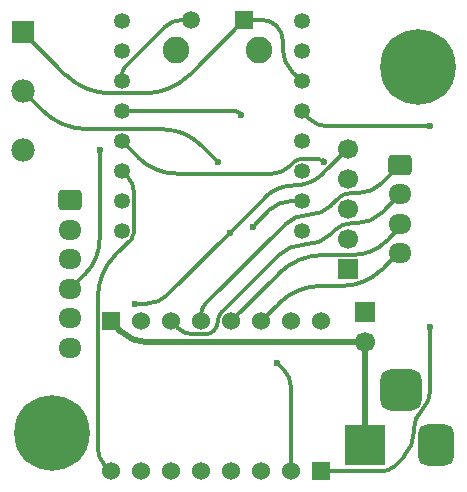
<source format=gtl>
%TF.GenerationSoftware,KiCad,Pcbnew,9.0.2*%
%TF.CreationDate,2026-01-19T19:13:50-08:00*%
%TF.ProjectId,OrreryMod,4f727265-7279-44d6-9f64-2e6b69636164,rev?*%
%TF.SameCoordinates,Original*%
%TF.FileFunction,Copper,L1,Top*%
%TF.FilePolarity,Positive*%
%FSLAX46Y46*%
G04 Gerber Fmt 4.6, Leading zero omitted, Abs format (unit mm)*
G04 Created by KiCad (PCBNEW 9.0.2) date 2026-01-19 19:13:50*
%MOMM*%
%LPD*%
G01*
G04 APERTURE LIST*
G04 Aperture macros list*
%AMRoundRect*
0 Rectangle with rounded corners*
0 $1 Rounding radius*
0 $2 $3 $4 $5 $6 $7 $8 $9 X,Y pos of 4 corners*
0 Add a 4 corners polygon primitive as box body*
4,1,4,$2,$3,$4,$5,$6,$7,$8,$9,$2,$3,0*
0 Add four circle primitives for the rounded corners*
1,1,$1+$1,$2,$3*
1,1,$1+$1,$4,$5*
1,1,$1+$1,$6,$7*
1,1,$1+$1,$8,$9*
0 Add four rect primitives between the rounded corners*
20,1,$1+$1,$2,$3,$4,$5,0*
20,1,$1+$1,$4,$5,$6,$7,0*
20,1,$1+$1,$6,$7,$8,$9,0*
20,1,$1+$1,$8,$9,$2,$3,0*%
G04 Aperture macros list end*
%TA.AperFunction,ComponentPad*%
%ADD10RoundRect,0.250000X-0.725000X0.600000X-0.725000X-0.600000X0.725000X-0.600000X0.725000X0.600000X0*%
%TD*%
%TA.AperFunction,ComponentPad*%
%ADD11O,1.950000X1.700000*%
%TD*%
%TA.AperFunction,ComponentPad*%
%ADD12C,0.800000*%
%TD*%
%TA.AperFunction,ComponentPad*%
%ADD13C,6.400000*%
%TD*%
%TA.AperFunction,ComponentPad*%
%ADD14R,1.700000X1.700000*%
%TD*%
%TA.AperFunction,ComponentPad*%
%ADD15C,1.700000*%
%TD*%
%TA.AperFunction,ComponentPad*%
%ADD16C,1.524000*%
%TD*%
%TA.AperFunction,ComponentPad*%
%ADD17R,1.524000X1.524000*%
%TD*%
%TA.AperFunction,ComponentPad*%
%ADD18RoundRect,0.875000X0.875000X0.875000X-0.875000X0.875000X-0.875000X-0.875000X0.875000X-0.875000X0*%
%TD*%
%TA.AperFunction,ComponentPad*%
%ADD19RoundRect,0.750000X0.750000X1.000000X-0.750000X1.000000X-0.750000X-1.000000X0.750000X-1.000000X0*%
%TD*%
%TA.AperFunction,ComponentPad*%
%ADD20R,3.500000X3.500000*%
%TD*%
%TA.AperFunction,ComponentPad*%
%ADD21R,1.500000X1.500000*%
%TD*%
%TA.AperFunction,ComponentPad*%
%ADD22C,1.500000*%
%TD*%
%TA.AperFunction,ComponentPad*%
%ADD23C,2.250000*%
%TD*%
%TA.AperFunction,ComponentPad*%
%ADD24R,1.980000X1.980000*%
%TD*%
%TA.AperFunction,ComponentPad*%
%ADD25C,1.980000*%
%TD*%
%TA.AperFunction,ComponentPad*%
%ADD26C,1.348000*%
%TD*%
%TA.AperFunction,ViaPad*%
%ADD27C,0.600000*%
%TD*%
%TA.AperFunction,Conductor*%
%ADD28C,0.300000*%
%TD*%
%TA.AperFunction,Conductor*%
%ADD29C,0.500000*%
%TD*%
G04 APERTURE END LIST*
D10*
%TO.P,J2,1,Pin_1*%
%TO.N,Net-(J2-Pin_1)*%
X110467500Y-90250000D03*
D11*
%TO.P,J2,2,Pin_2*%
%TO.N,Net-(J2-Pin_2)*%
X110467500Y-92750000D03*
%TO.P,J2,3,Pin_3*%
%TO.N,Net-(J2-Pin_3)*%
X110467500Y-95250000D03*
%TO.P,J2,4,Pin_4*%
%TO.N,Net-(J2-Pin_4)*%
X110467500Y-97750000D03*
%TD*%
D10*
%TO.P,J3,1,Pin_1*%
%TO.N,Net-(J3-Pin_1)*%
X82532500Y-93250000D03*
D11*
%TO.P,J3,2,Pin_2*%
%TO.N,Net-(J3-Pin_2)*%
X82532500Y-95750000D03*
%TO.P,J3,3,Pin_3*%
%TO.N,Net-(J3-Pin_3)*%
X82532500Y-98250000D03*
%TO.P,J3,4,Pin_4*%
%TO.N,Net-(J3-Pin_4)*%
X82532500Y-100750000D03*
%TO.P,J3,5,Pin_5*%
%TO.N,GND*%
X82532500Y-103250000D03*
%TO.P,J3,6,Pin_6*%
%TO.N,+3.3V*%
X82532500Y-105750000D03*
%TD*%
D12*
%TO.P,H3,1*%
%TO.N,N/C*%
X112000000Y-84400000D03*
X110302944Y-83697056D03*
X113697056Y-83697056D03*
X109600000Y-82000000D03*
D13*
X112000000Y-82000000D03*
D12*
X114400000Y-82000000D03*
X110302944Y-80302944D03*
X113697056Y-80302944D03*
X112000000Y-79600000D03*
%TD*%
%TO.P,H1,1*%
%TO.N,N/C*%
X81000000Y-115400000D03*
X79302944Y-114697056D03*
X82697056Y-114697056D03*
X78600000Y-113000000D03*
D13*
X81000000Y-113000000D03*
D12*
X83400000Y-113000000D03*
X79302944Y-111302944D03*
X82697056Y-111302944D03*
X81000000Y-110600000D03*
%TD*%
D14*
%TO.P,J4,1,Pin_1*%
%TO.N,GND*%
X106000000Y-99080000D03*
D15*
%TO.P,J4,2,Pin_2*%
%TO.N,unconnected-(J4-Pin_2-Pad2)*%
X106000000Y-96540000D03*
%TO.P,J4,3,Pin_3*%
%TO.N,Net-(J4-Pin_3)*%
X106000000Y-94000000D03*
%TO.P,J4,4,Pin_4*%
%TO.N,Net-(J4-Pin_4)*%
X106000000Y-91460000D03*
%TO.P,J4,5,Pin_5*%
%TO.N,+3.3V*%
X106000000Y-88920000D03*
%TD*%
D16*
%TO.P,TMC2208,JP2_8,GND*%
%TO.N,GND*%
X103740000Y-103500000D03*
%TO.P,TMC2208,JP2_7,VIO*%
%TO.N,+3.3V*%
X101200000Y-103500000D03*
%TO.P,TMC2208,JP2_6,OB2*%
%TO.N,Net-(J2-Pin_4)*%
X98660000Y-103500000D03*
%TO.P,TMC2208,JP2_5,OB1*%
%TO.N,Net-(J2-Pin_3)*%
X96120000Y-103500000D03*
%TO.P,TMC2208,JP2_4,OA1*%
%TO.N,Net-(J2-Pin_1)*%
X93580000Y-103500000D03*
%TO.P,TMC2208,JP2_3,OA2*%
%TO.N,Net-(J2-Pin_2)*%
X91040000Y-103500000D03*
%TO.P,TMC2208,JP2_2,GND*%
%TO.N,GND*%
X88500000Y-103500000D03*
D17*
%TO.P,TMC2208,JP2_1,VM*%
%TO.N,Net-(J5-Pin_2)*%
X85960000Y-103500000D03*
D16*
%TO.P,TMC2208,JP1_8,EN*%
%TO.N,Net-(U1-GPIO10)*%
X85960000Y-116200000D03*
%TO.P,TMC2208,JP1_7,MS1*%
%TO.N,unconnected-(U2-MS1-PadJP1_7)*%
X88500000Y-116200000D03*
%TO.P,TMC2208,JP1_6,MS2*%
%TO.N,unconnected-(U2-MS2-PadJP1_6)*%
X91040000Y-116200000D03*
%TO.P,TMC2208,JP1_5,PDN/UART2*%
%TO.N,unconnected-(U2-PDN{slash}UART2-PadJP1_5)*%
X93580000Y-116200000D03*
%TO.P,TMC2208,JP1_4,PDN/UART1*%
%TO.N,unconnected-(U2-PDN{slash}UART1-PadJP1_4)*%
X96120000Y-116200000D03*
%TO.P,TMC2208,JP1_3*%
%TO.N,N/C*%
X98660000Y-116200000D03*
%TO.P,TMC2208,JP1_2,STEP*%
%TO.N,Net-(U1-GPIO3)*%
X101200000Y-116200000D03*
D17*
%TO.P,TMC2208,JP1_1,DIR*%
%TO.N,Net-(U1-GPIO4)*%
X103740000Y-116200000D03*
%TD*%
D18*
%TO.P,5V 2A,3*%
%TO.N,N/C*%
X110500000Y-109300000D03*
D19*
%TO.P,5V 2A,2*%
%TO.N,GND*%
X113500000Y-114000000D03*
D20*
%TO.P,5V 2A,1*%
%TO.N,Net-(J5-Pin_2)*%
X107500000Y-114000000D03*
%TD*%
D21*
%TO.P,S1,1,COM*%
%TO.N,+3.3V*%
X97250000Y-78000000D03*
D22*
%TO.P,S1,2,NO*%
%TO.N,Net-(S1-NO)*%
X92750000Y-78000000D03*
D23*
%TO.P,S1,3,GND_1*%
%TO.N,GND*%
X98500000Y-80500000D03*
%TO.P,S1,4,GND_2*%
X91500000Y-80500000D03*
%TD*%
D14*
%TO.P,J5,1,Pin_1*%
%TO.N,Net-(J5-Pin_1)*%
X107500000Y-102725000D03*
D15*
%TO.P,J5,2,Pin_2*%
%TO.N,Net-(J5-Pin_2)*%
X107500000Y-105265000D03*
%TD*%
D24*
%TO.P,POT,1,CCW*%
%TO.N,+3.3V*%
X78500000Y-79000000D03*
D25*
%TO.P,POT,2,WIPER*%
%TO.N,Net-(U1-GPIO0)*%
X78500000Y-84000000D03*
%TO.P,POT,3,CW*%
%TO.N,GND*%
X78500000Y-89000000D03*
%TD*%
D26*
%TO.P,ESP32-C3-super-mini,0,GPIO0*%
%TO.N,Net-(U1-GPIO0)*%
X102120000Y-95880000D03*
%TO.P,ESP32-C3-super-mini,1,GPIO1*%
%TO.N,Net-(J3-Pin_1)*%
X102120000Y-93340000D03*
%TO.P,ESP32-C3-super-mini,2,GPIO2*%
%TO.N,Net-(J3-Pin_2)*%
X102120000Y-90800000D03*
%TO.P,ESP32-C3-super-mini,3,GPIO3*%
%TO.N,Net-(U1-GPIO3)*%
X102120000Y-88260000D03*
%TO.P,ESP32-C3-super-mini,3.3,3V3*%
%TO.N,+3.3V*%
X102120000Y-83180000D03*
%TO.P,ESP32-C3-super-mini,4,GPIO4*%
%TO.N,Net-(U1-GPIO4)*%
X102120000Y-85720000D03*
%TO.P,ESP32-C3-super-mini,5,GPIO5*%
%TO.N,Net-(J3-Pin_3)*%
X86880000Y-78100000D03*
%TO.P,ESP32-C3-super-mini,5V,5V*%
%TO.N,Net-(J5-Pin_1)*%
X102120000Y-78100000D03*
%TO.P,ESP32-C3-super-mini,6,GPIO6*%
%TO.N,Net-(J3-Pin_4)*%
X86880000Y-80640000D03*
%TO.P,ESP32-C3-super-mini,7,GPIO7*%
%TO.N,Net-(S1-NO)*%
X86880000Y-83180000D03*
%TO.P,ESP32-C3-super-mini,8,GPIO8*%
%TO.N,Net-(J4-Pin_4)*%
X86880000Y-85720000D03*
%TO.P,ESP32-C3-super-mini,9,GPIO9*%
%TO.N,Net-(J4-Pin_3)*%
X86880000Y-88260000D03*
%TO.P,ESP32-C3-super-mini,10,GPIO10*%
%TO.N,Net-(U1-GPIO10)*%
X86880000Y-90800000D03*
%TO.P,ESP32-C3-super-mini,20,GPIO20*%
%TO.N,unconnected-(U1-GPIO20-Pad20)*%
X86880000Y-93340000D03*
%TO.P,ESP32-C3-super-mini,21,GPIO21*%
%TO.N,unconnected-(U1-GPIO21-Pad21)*%
X86880000Y-95880000D03*
%TO.P,ESP32-C3-super-mini,G,GND*%
%TO.N,GND*%
X102120000Y-80640000D03*
%TD*%
D27*
%TO.N,Net-(J3-Pin_1)*%
X98000000Y-95500000D03*
%TO.N,+3.3V*%
X88000000Y-102000000D03*
X96000000Y-96000000D03*
%TO.N,Net-(J4-Pin_3)*%
X104000000Y-90000000D03*
%TO.N,Net-(J4-Pin_4)*%
X97000000Y-86000000D03*
%TO.N,Net-(U1-GPIO4)*%
X113000000Y-87000000D03*
X113000000Y-104000000D03*
%TO.N,Net-(U1-GPIO3)*%
X100000000Y-107000000D03*
%TO.N,Net-(J3-Pin_4)*%
X85000000Y-89000000D03*
%TO.N,Net-(U1-GPIO0)*%
X95000000Y-90000000D03*
%TD*%
D28*
%TO.N,+3.3V*%
X92638792Y-82611207D02*
G75*
G02*
X88791036Y-84205010I-3847792J3847807D01*
G01*
X100000000Y-78500000D02*
G75*
G02*
X100499997Y-79707106I-1207100J-1207100D01*
G01*
X100500000Y-80414487D02*
G75*
G03*
X101309996Y-82370004I2765500J-13D01*
G01*
X100000000Y-78500000D02*
G75*
G03*
X98792893Y-78000003I-1207100J-1207100D01*
G01*
X82111207Y-82611207D02*
G75*
G03*
X85958963Y-84205011I3847793J3847807D01*
G01*
X78531250Y-79031250D02*
X78531250Y-79031250D01*
X101927237Y-82987237D02*
G75*
G03*
X102120025Y-82907392I79863J79837D01*
G01*
%TO.N,Net-(J2-Pin_2)*%
X104619044Y-96084483D02*
X104608367Y-96095161D01*
%TO.N,Net-(S1-NO)*%
X91928410Y-78000000D02*
G75*
G03*
X90525863Y-78580945I-10J-1983500D01*
G01*
X87216999Y-81889821D02*
G75*
G03*
X86880010Y-82703410I813601J-813579D01*
G01*
%TO.N,+3.3V*%
X92638792Y-82611207D02*
X97250000Y-78000000D01*
X88791036Y-84205000D02*
X85958963Y-84205000D01*
X82111207Y-82611207D02*
X78531250Y-79031250D01*
X100500000Y-79707106D02*
X100500000Y-80414487D01*
X101310000Y-82370000D02*
X101927237Y-82987237D01*
X98792893Y-78000000D02*
X97250000Y-78000000D01*
%TO.N,Net-(S1-NO)*%
X86880000Y-82703410D02*
X86880000Y-83180000D01*
X90525869Y-78580951D02*
X87216999Y-81889821D01*
X91928410Y-78000000D02*
X92750000Y-78000000D01*
%TO.N,Net-(U1-GPIO10)*%
X87711854Y-96497739D02*
X86376000Y-97833569D01*
%TO.N,Net-(J4-Pin_3)*%
X101082931Y-90387500D02*
X101439419Y-90031019D01*
%TO.N,Net-(J2-Pin_1)*%
X106848514Y-92661000D02*
X106195112Y-92660997D01*
%TO.N,Net-(J2-Pin_2)*%
X104920265Y-95783261D02*
X104619044Y-96084483D01*
X106325973Y-95200998D02*
X106759514Y-95201000D01*
%TO.N,Net-(J3-Pin_1)*%
X99467035Y-94032964D02*
G75*
G02*
X101140000Y-93339991I1672965J-1672936D01*
G01*
X98000000Y-95500000D02*
X99467035Y-94032964D01*
X101140000Y-93340000D02*
X102120000Y-93340000D01*
%TO.N,Net-(U1-GPIO10)*%
X87392500Y-91312500D02*
G75*
G02*
X87905006Y-92549784I-1237300J-1237300D01*
G01*
X85403500Y-115643500D02*
G75*
G02*
X84847004Y-114299990I1343500J1343500D01*
G01*
X86376000Y-97833569D02*
G75*
G03*
X84846992Y-101524901I3691300J-3691331D01*
G01*
X87711854Y-96497739D02*
G75*
G03*
X87905043Y-96031450I-466254J466339D01*
G01*
%TO.N,Net-(U1-GPIO4)*%
X108960323Y-116200000D02*
G75*
G03*
X109884998Y-115816969I-23J1307700D01*
G01*
X111599000Y-112682780D02*
G75*
G02*
X112299501Y-110991625I2391700J-20D01*
G01*
X104305096Y-87000000D02*
G75*
G02*
X102760001Y-86359999I4J2185100D01*
G01*
X111599000Y-112897562D02*
G75*
G02*
X110746649Y-114955396I-2910200J-38D01*
G01*
X113000000Y-109300467D02*
G75*
G02*
X112299525Y-110991649I-2391700J-33D01*
G01*
%TO.N,Net-(U1-GPIO3)*%
X100600000Y-107600000D02*
G75*
G02*
X101199988Y-109048528I-1448500J-1448500D01*
G01*
%TO.N,Net-(U1-GPIO0)*%
X83988963Y-87235000D02*
G75*
G02*
X80141215Y-85641199I37J5441600D01*
G01*
X93617500Y-88617500D02*
G75*
G03*
X90279849Y-87234979I-3337700J-3337700D01*
G01*
%TO.N,Net-(J4-Pin_3)*%
X101082931Y-90387500D02*
G75*
G02*
X99604225Y-91000020I-1478731J1478700D01*
G01*
X102057514Y-89775000D02*
G75*
G03*
X101439418Y-90031018I-14J-874100D01*
G01*
X103887500Y-89887500D02*
G75*
G03*
X103615900Y-89775000I-271600J-271600D01*
G01*
X88250000Y-89630000D02*
G75*
G03*
X91557472Y-91000011I3307500J3307500D01*
G01*
%TO.N,Net-(J4-Pin_4)*%
X96860000Y-85860000D02*
G75*
G03*
X96522010Y-85719996I-338000J-338000D01*
G01*
%TO.N,+3.3V*%
X78562500Y-79062500D02*
G75*
G03*
X78713388Y-79125005I150900J150900D01*
G01*
X90707106Y-101292893D02*
G75*
G02*
X89000000Y-102000003I-1707106J1707093D01*
G01*
X101460000Y-92000000D02*
G75*
G03*
X103952385Y-90967634I0J3524800D01*
G01*
X101460000Y-92000000D02*
G75*
G03*
X98967635Y-93032386I0J-3524700D01*
G01*
%TO.N,Net-(J3-Pin_4)*%
X85000000Y-96537714D02*
G75*
G02*
X83766246Y-99516246I-4212300J14D01*
G01*
%TO.N,Net-(J2-Pin_2)*%
X92940009Y-104613000D02*
G75*
G02*
X91596497Y-104056503I-9J1900000D01*
G01*
X108905322Y-94312177D02*
G75*
G02*
X106759514Y-95201019I-2145822J2145777D01*
G01*
X94681010Y-104287010D02*
G75*
G02*
X93894000Y-104613000I-787010J787010D01*
G01*
X95007000Y-103500000D02*
G75*
G02*
X95332991Y-102712990I1113000J0D01*
G01*
X104920265Y-95783261D02*
G75*
G02*
X106325973Y-95200988I1405735J-1405739D01*
G01*
X95007000Y-103500000D02*
G75*
G02*
X94681010Y-104287010I-1113000J0D01*
G01*
X102431443Y-97000000D02*
G75*
G03*
X104603010Y-96100481I-43J3071100D01*
G01*
X100106394Y-97939585D02*
G75*
G02*
X102374754Y-96999954I2268406J-2268315D01*
G01*
%TO.N,Net-(J2-Pin_4)*%
X100160000Y-102000000D02*
G75*
G02*
X103781320Y-100500008I3621300J-3621300D01*
G01*
X108874999Y-99124999D02*
G75*
G02*
X105555456Y-100499981I-3319499J3319499D01*
G01*
X110358750Y-97750000D02*
G75*
G03*
X110173087Y-97826882I-50J-262500D01*
G01*
%TO.N,Net-(J2-Pin_1)*%
X106848514Y-92661000D02*
G75*
G03*
X108910660Y-91806811I-14J2916300D01*
G01*
X100692023Y-95310346D02*
G75*
G02*
X102654478Y-94497455I1962477J-1962454D01*
G01*
X106195112Y-92660997D02*
G75*
G03*
X105248369Y-93053137I-12J-1338903D01*
G01*
X104616933Y-93684595D02*
G75*
G02*
X102654478Y-94497443I-1962433J1962495D01*
G01*
X93960999Y-102041370D02*
G75*
G03*
X93579984Y-102961185I919801J-919830D01*
G01*
%TO.N,Net-(J2-Pin_3)*%
X100147207Y-99472792D02*
G75*
G02*
X103994963Y-97878959I3847793J-3847708D01*
G01*
X110467500Y-95391250D02*
G75*
G02*
X110367595Y-95632352I-341000J50D01*
G01*
X109294250Y-96705750D02*
G75*
G02*
X106461773Y-97878989I-2832450J2832450D01*
G01*
D29*
%TO.N,Net-(J5-Pin_2)*%
X86842500Y-104382500D02*
G75*
G03*
X88973043Y-105264982I2130500J2130500D01*
G01*
D28*
%TO.N,+3.3V*%
X88000000Y-102000000D02*
X89000000Y-102000000D01*
X90707106Y-101292893D02*
X96000000Y-96000000D01*
X96000000Y-96000000D02*
X98967624Y-93032375D01*
X103952375Y-90967624D02*
X106000000Y-88920000D01*
%TO.N,Net-(J4-Pin_3)*%
X103887500Y-89887500D02*
X104000000Y-90000000D01*
X99604225Y-91000000D02*
X91557472Y-91000000D01*
X103615900Y-89775000D02*
X102057514Y-89775000D01*
X88250000Y-89630000D02*
X86880000Y-88260000D01*
%TO.N,Net-(J4-Pin_4)*%
X96860000Y-85860000D02*
X97000000Y-86000000D01*
X96522010Y-85720000D02*
X86880000Y-85720000D01*
%TO.N,Net-(U1-GPIO4)*%
X104305096Y-87000000D02*
X113000000Y-87000000D01*
X102760000Y-86360000D02*
X102120000Y-85720000D01*
X113000000Y-109300467D02*
X113000000Y-104000000D01*
X110746626Y-114955373D02*
X109885012Y-115816983D01*
X111599000Y-112682780D02*
X111599000Y-112897562D01*
X108960323Y-116200000D02*
X103740000Y-116200000D01*
%TO.N,Net-(U1-GPIO3)*%
X100600000Y-107600000D02*
X100000000Y-107000000D01*
X101200000Y-109048528D02*
X101200000Y-116200000D01*
%TO.N,Net-(U1-GPIO10)*%
X85403500Y-115643500D02*
X85960000Y-116200000D01*
X84847000Y-101524901D02*
X84847000Y-114299990D01*
X87905000Y-92549784D02*
X87905000Y-96031450D01*
X87392500Y-91312500D02*
X86880000Y-90800000D01*
%TO.N,Net-(J3-Pin_4)*%
X85000000Y-96537714D02*
X85000000Y-89000000D01*
X83766250Y-99516250D02*
X82532500Y-100750000D01*
%TO.N,Net-(U1-GPIO0)*%
X93617500Y-88617500D02*
X95000000Y-90000000D01*
X83988963Y-87235000D02*
X90279849Y-87235000D01*
X80141207Y-85641207D02*
X78500000Y-84000000D01*
%TO.N,+3.3V*%
X102120000Y-82907392D02*
X102120000Y-82634784D01*
X78531250Y-79031250D02*
X78562500Y-79062500D01*
%TO.N,Net-(J2-Pin_2)*%
X91596500Y-104056500D02*
X91040000Y-103500000D01*
X93894000Y-104613000D02*
X92940009Y-104613000D01*
X100106394Y-97939585D02*
X95332990Y-102712989D01*
X102431443Y-97000000D02*
X102374754Y-97000000D01*
X104608367Y-96095161D02*
X104603029Y-96100500D01*
X108905322Y-94312177D02*
X110467500Y-92750000D01*
%TO.N,Net-(J2-Pin_1)*%
X93580000Y-102961185D02*
X93580000Y-103500000D01*
X104616933Y-93684595D02*
X105248378Y-93053146D01*
X93960999Y-102041370D02*
X100692023Y-95310346D01*
X108910674Y-91806825D02*
X110467500Y-90250000D01*
%TO.N,Net-(J2-Pin_3)*%
X100147207Y-99472792D02*
X96120000Y-103500000D01*
X109294250Y-96705750D02*
X110367621Y-95632378D01*
X106461773Y-97879000D02*
X103994963Y-97879000D01*
X110467500Y-95391250D02*
X110467500Y-95250000D01*
%TO.N,Net-(J2-Pin_4)*%
X100160000Y-102000000D02*
X98660000Y-103500000D01*
X105555456Y-100500000D02*
X103781320Y-100500000D01*
X108874999Y-99124999D02*
X110173102Y-97826897D01*
X110358750Y-97750000D02*
X110467500Y-97750000D01*
D29*
%TO.N,Net-(J5-Pin_2)*%
X107500000Y-105265000D02*
X88973043Y-105265000D01*
X86842500Y-104382500D02*
X85960000Y-103500000D01*
X107500000Y-105265000D02*
X107500000Y-114000000D01*
%TD*%
M02*

</source>
